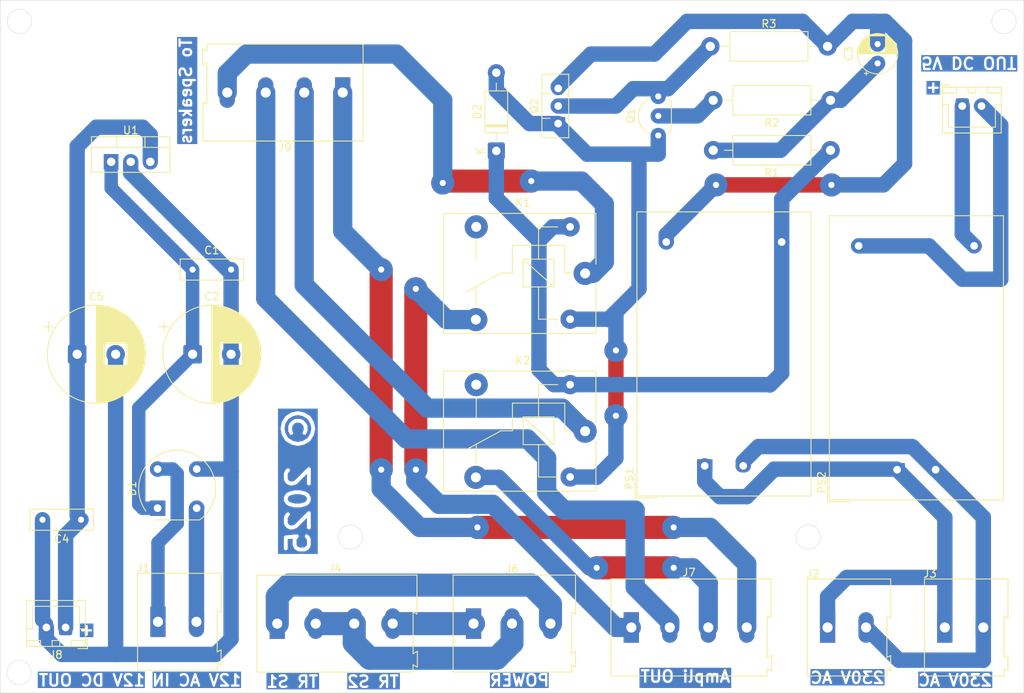
<source format=kicad_pcb>
(kicad_pcb (version 20241229) (generator "pcbnew") (generator_version "9.0")
  (layers (0 "F.Cu" signal) (2 "B.Cu" signal) (13 "F.Paste" user) (15 "B.Paste" user) (5 "F.SilkS" user "F.Silkscreen") (7 "B.SilkS" user "B.Silkscreen") (1 "F.Mask" user) (3 "B.Mask" user) (25 "Edge.Cuts" user))
  (net 0 "")
  (net 1 "Net-(D1-+)")
  (net 2 "Net-(C3-Pad1)")
  (net 3 "0")
  (net 4 "Net-(J8-Pin_1)")
  (net 5 "Net-(J1-Pin_1)")
  (net 6 "Net-(J1-Pin_2)")
  (net 7 "Net-(D2-A)")
  (net 8 "Net-(D2-K)")
  (net 9 "Net-(J2-Pin_2)")
  (net 10 "Net-(J2-Pin_1)")
  (net 11 "Net-(J4-Pin_2)")
  (net 12 "Net-(J4-Pin_4)")
  (net 13 "Net-(J4-Pin_1)")
  (net 14 "Net-(J5-Pin_2)")
  (net 15 "Net-(J5-Pin_1)")
  (net 16 "IN SP R+")
  (net 17 "Net-(J7-Pin_2)")
  (net 18 "Net-(J7-Pin_4)")
  (net 19 "IN SP L+")
  (net 20 "OUT SP L+")
  (net 21 "OUT SP R+")
  (net 24 "Net-(Q1-B)")
  (net 25 "Net-(Q1-E)")
  (net 26 "12V GND")
  (footprint "TerminalBlock:TerminalBlock_Altech_AK300-4_P5.00mm" (layer "F.Cu") (at 70.54 106.08)
    (property "Reference" "J4" (at 7.5 -7.15 0) (layer "F.SilkS"))
    (property "Value" "From Trfo Output")
    (pad "1" thru_hole rect (at 0 0) (size 1.98 3.96) (drill 1.32) (layers "*.Cu" "*.Mask") (net 13 "Net-(J4-Pin_1)"))
    (pad "2" thru_hole oval (at 5 0) (size 1.98 3.96) (drill 1.32) (layers "*.Cu" "*.Mask") (net 11 "Net-(J4-Pin_2)"))
    (pad "3" thru_hole oval (at 10 0) (size 1.98 3.96) (drill 1.32) (layers "*.Cu" "*.Mask") (net 11 "Net-(J4-Pin_2)"))
    (pad "4" thru_hole oval (at 15 0) (size 1.98 3.96) (drill 1.32) (layers "*.Cu" "*.Mask") (net 12 "Net-(J4-Pin_4)"))
  )
  (footprint "TerminalBlock:TerminalBlock_Altech_AK300-2_P5.00mm" (layer "F.Cu") (at 157.275 106.58)
    (property "Reference" "J3" (at -1.92 -6.99 0) (layer "F.SilkS"))
    (property "Value" "IN 230V AC")
    (pad "1" thru_hole rect (at 0 0) (size 1.98 3.96) (drill 1.32) (layers "*.Cu" "*.Mask") (net 10 "Net-(J2-Pin_1)"))
    (pad "2" thru_hole oval (at 5 0) (size 1.98 3.96) (drill 1.32) (layers "*.Cu" "*.Mask") (net 9 "Net-(J2-Pin_2)"))
  )
  (footprint "Capacitor_THT:CP_Radial_D5.0mm_P2.50mm" (layer "F.Cu") (at 148.54 33.285112 90)
    (property "Reference" "C3" (at 1.25 -3.75 90) (layer "F.SilkS"))
    (property "Value" "47u")
    (pad "1" thru_hole roundrect (at 0 0 90) (size 1.6 1.6) (drill 0.8) (layers "*.Cu" "*.Mask") (roundrect_rratio 0.15625) (net 2 "Net-(C3-Pad1)"))
    (pad "2" thru_hole circle (at 2.5 0 90) (size 1.6 1.6) (drill 0.8) (layers "*.Cu" "*.Mask") (net 3 "0"))
  )
  (footprint "Resistor_THT:R_Axial_DIN0411_L9.9mm_D3.6mm_P15.24mm_Horizontal" (layer "F.Cu") (at 142.42 44.58 180)
    (property "Reference" "R1" (at 7.62 -2.92 0) (layer "F.SilkS"))
    (property "Value" "100k")
    (pad "1" thru_hole circle (at 0 0 180) (size 2.4 2.4) (drill 1.2) (layers "*.Cu" "*.Mask") (net 8 "Net-(D2-K)"))
    (pad "2" thru_hole circle (at 15.24 0 180) (size 2.4 2.4) (drill 1.2) (layers "*.Cu" "*.Mask") (net 2 "Net-(C3-Pad1)"))
  )
  (footprint "TerminalBlock:TerminalBlock_Altech_AK300-2_P5.00mm" (layer "F.Cu") (at 55.04 105.845)
    (property "Reference" "J1" (at -1.92 -6.99 0) (layer "F.SilkS"))
    (property "Value" "IN 12V AC")
    (pad "1" thru_hole rect (at 0 0) (size 1.98 3.96) (drill 1.32) (layers "*.Cu" "*.Mask") (net 5 "Net-(J1-Pin_1)"))
    (pad "2" thru_hole oval (at 5 0) (size 1.98 3.96) (drill 1.32) (layers "*.Cu" "*.Mask") (net 6 "Net-(J1-Pin_2)"))
  )
  (footprint "Resistor_THT:R_Axial_DIN0411_L9.9mm_D3.6mm_P15.24mm_Horizontal" (layer "F.Cu") (at 126.8 31.08)
    (property "Reference" "R3" (at 7.62 -2.92 0) (layer "F.SilkS"))
    (property "Value" "100k")
    (pad "1" thru_hole circle (at 0 0) (size 2.4 2.4) (drill 1.2) (layers "*.Cu" "*.Mask") (net 25 "Net-(Q1-E)"))
    (pad "2" thru_hole circle (at 15.24 0) (size 2.4 2.4) (drill 1.2) (layers "*.Cu" "*.Mask") (net 3 "0"))
  )
  (footprint "TerminalBlock:TerminalBlock_Altech_AK300-4_P5.00mm" (layer "F.Cu") (at 116.54 106.58)
    (property "Reference" "J7" (at 7.5 -7.15 0) (layer "F.SilkS"))
    (property "Value" "From Ampli Output")
    (pad "1" thru_hole rect (at 0 0) (size 1.98 3.96) (drill 1.32) (layers "*.Cu" "*.Mask") (net 19 "IN SP L+"))
    (pad "2" thru_hole oval (at 5 0) (size 1.98 3.96) (drill 1.32) (layers "*.Cu" "*.Mask") (net 17 "Net-(J7-Pin_2)"))
    (pad "3" thru_hole oval (at 10 0) (size 1.98 3.96) (drill 1.32) (layers "*.Cu" "*.Mask") (net 16 "IN SP R+"))
    (pad "4" thru_hole oval (at 15 0) (size 1.98 3.96) (drill 1.32) (layers "*.Cu" "*.Mask") (net 18 "Net-(J7-Pin_4)"))
  )
  (footprint "Diode_THT:Diode_Bridge_Round_D9.8mm" (layer "F.Cu") (at 54.995 91.08 90)
    (property "Reference" "D1" (at 2.54 -3.302 90) (layer "F.SilkS"))
    (property "Value" "B40C1500G")
    (pad "1" thru_hole rect (at 0 0 90) (size 2 2) (drill 1) (layers "*.Cu" "*.Mask") (net 1 "Net-(D1-+)"))
    (pad "2" thru_hole oval (at 0 5.08 90) (size 2 2) (drill 1) (layers "*.Cu" "*.Mask") (net 6 "Net-(J1-Pin_2)"))
    (pad "3" thru_hole oval (at 5.08 5.08 90) (size 2 2) (drill 1) (layers "*.Cu" "*.Mask") (net 26 "12V GND"))
    (pad "4" thru_hole oval (at 5.08 0 90) (size 2 2) (drill 1) (layers "*.Cu" "*.Mask") (net 5 "Net-(J1-Pin_1)"))
  )
  (footprint "Diode_THT:D_DO-41_SOD81_P10.16mm_Horizontal" (layer "F.Cu") (at 99 44.66 90)
    (property "Reference" "D2" (at 5.08 -2.47 90) (layer "F.SilkS"))
    (property "Value" "1N4001")
    (fp_text user "K" (at 0 -2.1 90) (layer "F.SilkS"))
    (pad "1" thru_hole roundrect (at 0 0 90) (size 2.2 2.2) (drill 1.1) (layers "*.Cu" "*.Mask") (roundrect_rratio 0.113636) (net 8 "Net-(D2-K)"))
    (pad "2" thru_hole circle (at 10.16 0 90) (size 2.2 2.2) (drill 1.1) (layers "*.Cu" "*.Mask") (net 7 "Net-(D2-A)"))
  )
  (footprint "Capacitor_THT:CP_Radial_D12.5mm_P5.00mm" (layer "F.Cu") (at 59.54 71.08)
    (property "Reference" "C2" (at 2.5 -7.5 0) (layer "F.SilkS"))
    (property "Value" "2200uF")
    (pad "1" thru_hole roundrect (at 0 0) (size 2.4 2.4) (drill 1.2) (layers "*.Cu" "*.Mask") (roundrect_rratio 0.104167) (net 1 "Net-(D1-+)"))
    (pad "2" thru_hole circle (at 5 0) (size 2.4 2.4) (drill 1.2) (layers "*.Cu" "*.Mask") (net 26 "12V GND"))
  )
  (footprint "Converter_ACDC:Converter_ACDC_Hi-Link_HLK-PMxx" (layer "F.Cu") (at 126.0775 85.5825 90)
    (property "Reference" "PS1" (at -1.66 -9.79 90) (layer "F.SilkS"))
    (property "Value" "HLK-PM01")
    (pad "1" thru_hole rect (at 0 0 90) (size 1.7 2) (drill 1) (layers "*.Cu" "*.Mask") (net 10 "Net-(J2-Pin_1)"))
    (pad "2" thru_hole oval (at 0 5 90) (size 1.7 2) (drill 1) (layers "*.Cu" "*.Mask") (net 9 "Net-(J2-Pin_2)"))
    (pad "3" thru_hole oval (at 29.08 -5 90) (size 1.7 2) (drill 1) (layers "*.Cu" "*.Mask") (net 3 "0"))
    (pad "4" thru_hole oval (at 29.08 10 90) (size 1.7 2) (drill 1) (layers "*.Cu" "*.Mask") (net 8 "Net-(D2-K)"))
  )
  (footprint "Connector_JST:JST_XH_B2B-XH-A_1x02_P2.50mm_Vertical" (layer "F.Cu") (at 159.54 38.83)
    (property "Reference" "J5" (hide yes))
    (property "Value" "OUT 5V CC")
    (pad "1" thru_hole roundrect (at 0 0) (size 1.7 2) (drill 1) (layers "*.Cu" "*.Mask") (roundrect_rratio 0.147059) (net 15 "Net-(J5-Pin_1)"))
    (pad "2" thru_hole oval (at 2.5 0) (size 1.7 2) (drill 1) (layers "*.Cu" "*.Mask") (net 14 "Net-(J5-Pin_2)"))
  )
  (footprint "Resistor_THT:R_Axial_DIN0411_L9.9mm_D3.6mm_P15.24mm_Horizontal" (layer "F.Cu") (at 142.42 38.08 180)
    (property "Reference" "R2" (at 7.62 -2.92 0) (layer "F.SilkS"))
    (property "Value" "10k")
    (pad "1" thru_hole circle (at 0 0 180) (size 2.4 2.4) (drill 1.2) (layers "*.Cu" "*.Mask") (net 2 "Net-(C3-Pad1)"))
    (pad "2" thru_hole circle (at 15.24 0 180) (size 2.4 2.4) (drill 1.2) (layers "*.Cu" "*.Mask") (net 24 "Net-(Q1-B)"))
  )
  (footprint "Connector_JST:JST_XH_B2B-XH-A_1x02_P2.50mm_Vertical" (layer "F.Cu") (at 43.04 106.58 180)
    (property "Reference" "J8" (at 1.25 -3.55 0) (layer "F.SilkS"))
    (property "Value" "OUT 12V CC")
    (pad "1" thru_hole roundrect (at 0 0 180) (size 1.7 2) (drill 1) (layers "*.Cu" "*.Mask") (roundrect_rratio 0.147059) (net 4 "Net-(J8-Pin_1)"))
    (pad "2" thru_hole oval (at 2.5 0 180) (size 1.7 2) (drill 1) (layers "*.Cu" "*.Mask") (net 26 "12V GND"))
  )
  (footprint "TerminalBlock:TerminalBlock_Altech_AK300-3_P5.00mm" (layer "F.Cu") (at 96.04 106.08)
    (property "Reference" "J6" (at 5 -7.1 0) (layer "F.SilkS"))
    (property "Value" "To Power Ampli Power IN")
    (pad "1" thru_hole rect (at 0 0) (size 1.98 3.96) (drill 1.32) (layers "*.Cu" "*.Mask") (net 12 "Net-(J4-Pin_4)"))
    (pad "2" thru_hole oval (at 5 0) (size 1.98 3.96) (drill 1.32) (layers "*.Cu" "*.Mask") (net 11 "Net-(J4-Pin_2)"))
    (pad "3" thru_hole oval (at 10 0) (size 1.98 3.96) (drill 1.32) (layers "*.Cu" "*.Mask") (net 13 "Net-(J4-Pin_1)"))
  )
  (footprint "Capacitor_THT:C_Disc_D8.0mm_W2.5mm_P5.00mm" (layer "F.Cu") (at 45.04 92.58 180)
    (property "Reference" "C4" (at 2.5 -2.5 0) (layer "F.SilkS"))
    (property "Value" "100nF")
    (pad "1" thru_hole circle (at 0 0 180) (size 1.6 1.6) (drill 0.8) (layers "*.Cu" "*.Mask") (net 4 "Net-(J8-Pin_1)"))
    (pad "2" thru_hole circle (at 5 0 180) (size 1.6 1.6) (drill 0.8) (layers "*.Cu" "*.Mask") (net 26 "12V GND"))
  )
  (footprint "Capacitor_THT:C_Disc_D8.0mm_W2.5mm_P5.00mm" (layer "F.Cu") (at 59.54 60.08)
    (property "Reference" "C1" (at 2.5 -2.5 0) (layer "F.SilkS"))
    (property "Value" "100nF")
    (pad "1" thru_hole circle (at 0 0) (size 1.6 1.6) (drill 0.8) (layers "*.Cu" "*.Mask") (net 1 "Net-(D1-+)"))
    (pad "2" thru_hole circle (at 5 0) (size 1.6 1.6) (drill 0.8) (layers "*.Cu" "*.Mask") (net 26 "12V GND"))
  )
  (footprint "TerminalBlock:TerminalBlock_Altech_AK300-2_P5.00mm" (layer "F.Cu") (at 142.04 106.58)
    (property "Reference" "J2" (at -1.92 -6.99 0) (layer "F.SilkS"))
    (property "Value" "OUT 230V AC")
    (pad "1" thru_hole rect (at 0 0) (size 1.98 3.96) (drill 1.32) (layers "*.Cu" "*.Mask") (net 10 "Net-(J2-Pin_1)"))
    (pad "2" thru_hole oval (at 5 0) (size 1.98 3.96) (drill 1.32) (layers "*.Cu" "*.Mask") (net 9 "Net-(J2-Pin_2)"))
  )
  (footprint "Relay_THT:Relay_SPDT_SANYOU_SRD_Series_Form_C" (layer "F.Cu") (at 110.54 81.08 180)
    (property "Reference" "K2" (at 8.1 9.2 0) (layer "F.SilkS"))
    (property "Value" "SANYOU_SRD_Form_C")
    (pad "1" thru_hole circle (at 0 0 270) (size 3 3) (drill 1.3) (layers "*.Cu" "*.Mask") (net 21 "OUT SP R+"))
    (pad "2" thru_hole circle (at 1.95 6.05 270) (size 2.5 2.5) (drill 1) (layers "*.Cu" "*.Mask") (net 8 "Net-(D2-K)"))
    (pad "3" thru_hole circle (at 14.15 6.05 270) (size 3 3) (drill 1.3) (layers "*.Cu" "*.Mask"))
    (pad "4" thru_hole circle (at 14.2 -6 270) (size 3 3) (drill 1.3) (layers "*.Cu" "*.Mask") (net 16 "IN SP R+"))
    (pad "5" thru_hole circle (at 1.95 -5.95 270) (size 2.5 2.5) (drill 1) (layers "*.Cu" "*.Mask") (net 7 "Net-(D2-A)"))
  )
  (footprint "Package_TO_SOT_THT:TO-220-3_Vertical" (layer "F.Cu") (at 48.96 46.08)
    (property "Reference" "U1" (at 2.54 -4.1 0) (layer "F.SilkS"))
    (property "Value" "LM7812_TO220")
    (pad "1" thru_hole rect (at 0 0) (size 1.905 2) (drill 1.1) (layers "*.Cu" "*.Mask") (net 1 "Net-(D1-+)"))
    (pad "2" thru_hole oval (at 2.54 0) (size 1.905 2) (drill 1.1) (layers "*.Cu" "*.Mask") (net 26 "12V GND"))
    (pad "3" thru_hole oval (at 5.08 0) (size 1.905 2) (drill 1.1) (layers "*.Cu" "*.Mask") (net 4 "Net-(J8-Pin_1)"))
  )
  (footprint "Converter_ACDC:Converter_ACDC_Hi-Link_HLK-PMxx" (layer "F.Cu") (at 151.0775 86.0825 90)
    (property "Reference" "PS2" (at -1.66 -9.79 90) (layer "F.SilkS"))
    (property "Value" "HLK-PM01")
    (pad "1" thru_hole rect (at 0 0 90) (size 1.7 2) (drill 1) (layers "*.Cu" "*.Mask") (net 10 "Net-(J2-Pin_1)"))
    (pad "2" thru_hole oval (at 0 5 90) (size 1.7 2) (drill 1) (layers "*.Cu" "*.Mask") (net 9 "Net-(J2-Pin_2)"))
    (pad "3" thru_hole oval (at 29.08 -5 90) (size 1.7 2) (drill 1) (layers "*.Cu" "*.Mask") (net 14 "Net-(J5-Pin_2)"))
    (pad "4" thru_hole oval (at 29.08 10 90) (size 1.7 2) (drill 1) (layers "*.Cu" "*.Mask") (net 15 "Net-(J5-Pin_1)"))
  )
  (footprint "Package_TO_SOT_THT:TO-126-3_Vertical" (layer "F.Cu") (at 107.04 41.11 90)
    (property "Reference" "Q2" (at 2.28 -3.12 90) (layer "F.SilkS"))
    (property "Value" "NPN")
    (pad "1" thru_hole rect (at 0 0 90) (size 1.71 1.8) (drill 1) (layers "*.Cu" "*.Mask") (net 7 "Net-(D2-A)"))
    (pad "2" thru_hole oval (at 2.28 0 90) (size 1.71 1.8) (drill 1) (layers "*.Cu" "*.Mask") (net 25 "Net-(Q1-E)"))
    (pad "3" thru_hole oval (at 4.56 0 90) (size 1.71 1.8) (drill 1) (layers "*.Cu" "*.Mask") (net 3 "0"))
  )
  (footprint "Relay_THT:Relay_SPDT_SANYOU_SRD_Series_Form_C" (layer "F.Cu") (at 110.54 60.58 180)
    (property "Reference" "K1" (at 8.1 9.2 0) (layer "F.SilkS"))
    (property "Value" "SANYOU_SRD_Form_C")
    (pad "1" thru_hole circle (at 0 0 270) (size 3 3) (drill 1.3) (layers "*.Cu" "*.Mask") (net 20 "OUT SP L+"))
    (pad "2" thru_hole circle (at 1.95 6.05 270) (size 2.5 2.5) (drill 1) (layers "*.Cu" "*.Mask") (net 8 "Net-(D2-K)"))
    (pad "3" thru_hole circle (at 14.15 6.05 270) (size 3 3) (drill 1.3) (layers "*.Cu" "*.Mask"))
    (pad "4" thru_hole circle (at 14.2 -6 270) (size 3 3) (drill 1.3) (layers "*.Cu" "*.Mask") (net 19 "IN SP L+"))
    (pad "5" thru_hole circle (at 1.95 -5.95 270) (size 2.5 2.5) (drill 1) (layers "*.Cu" "*.Mask") (net 7 "Net-(D2-A)"))
  )
  (footprint "Capacitor_THT:CP_Radial_D12.5mm_P5.00mm" (layer "F.Cu") (at 44.54 71.08)
    (property "Reference" "C5" (at 2.5 -7.5 0) (layer "F.SilkS"))
    (property "Value" "2200uF")
    (pad "1" thru_hole roundrect (at 0 0) (size 2.4 2.4) (drill 1.2) (layers "*.Cu" "*.Mask") (roundrect_rratio 0.104167) (net 4 "Net-(J8-Pin_1)"))
    (pad "2" thru_hole circle (at 5 0) (size 2.4 2.4) (drill 1.2) (layers "*.Cu" "*.Mask") (net 26 "12V GND"))
  )
  (footprint "Package_TO_SOT_THT:TO-92L_Inline_Wide" (layer "F.Cu") (at 120.04 42.66 90)
    (property "Reference" "Q1" (at 2.54 -3.56 90) (layer "F.SilkS"))
    (property "Value" "NPN")
    (pad "1" thru_hole rect (at 0 0 90) (size 1.5 1.5) (drill 0.8) (layers "*.Cu" "*.Mask") (net 7 "Net-(D2-A)"))
    (pad "2" thru_hole circle (at 2.54 0 90) (size 1.5 1.5) (drill 0.8) (layers "*.Cu" "*.Mask") (net 24 "Net-(Q1-B)"))
    (pad "3" thru_hole circle (at 5.08 0 90) (size 1.5 1.5) (drill 0.8) (layers "*.Cu" "*.Mask") (net 25 "Net-(Q1-E)"))
  )
  (footprint "TerminalBlock:TerminalBlock_Altech_AK300-4_P5.00mm" (layer "F.Cu") (at 79.04 37.08 180)
    (property "Reference" "J9" (at 7.5 -7.15 0) (layer "F.SilkS"))
    (property "Value" "To Speakers")
    (pad "1" thru_hole rect (at 0 0 180) (size 1.98 3.96) (drill 1.32) (layers "*.Cu" "*.Mask") (net 18 "Net-(J7-Pin_4)"))
    (pad "2" thru_hole oval (at 5 0 180) (size 1.98 3.96) (drill 1.32) (layers "*.Cu" "*.Mask") (net 21 "OUT SP R+"))
    (pad "3" thru_hole oval (at 10 0 180) (size 1.98 3.96) (drill 1.32) (layers "*.Cu" "*.Mask") (net 17 "Net-(J7-Pin_2)"))
    (pad "4" thru_hole oval (at 15 0 180) (size 1.98 3.96) (drill 1.32) (layers "*.Cu" "*.Mask") (net 20 "OUT SP L+"))
  )
  (gr_circle (center 164.958861 27.83) (end 165.458861 29.33) (stroke (width 0.05)) (fill no) (layer "Edge.Cuts"))
  (gr_circle (center 139.54 94.83) (end 140.04 96.33) (stroke (width 0.05)) (fill no) (layer "Edge.Cuts"))
  (gr_circle (center 80.04 94.83) (end 80.54 96.33) (stroke (width 0.05)) (fill no) (layer "Edge.Cuts"))
  (gr_circle (center 37 112.418861) (end 37.5 113.918861) (stroke (width 0.05)) (fill no) (layer "Edge.Cuts"))
  (gr_rect (start 34.54 25.08) (end 167.54 115.08) (stroke (width 0.05)) (fill no) (layer "Edge.Cuts"))
  (gr_circle (center 37.04 27.83) (end 37.54 29.33) (stroke (width 0.05)) (fill no) (layer "Edge.Cuts"))
  (gr_text "230V AC" (at 149.54 114 0) (layer "B.Cu" knockout) (effects (font (size 1.5 1.5) (thickness 0.3) (bold yes)) (justify left bottom mirror)))
  (gr_text "TR S1" (at 76 114.5 0) (layer "B.Cu" knockout) (effects (font (size 1.5 1.5) (thickness 0.3) (bold yes)) (justify left bottom mirror)))
  (gr_text "+" (at 46.54 105.83 90) (layer "B.Cu" knockout) (effects (font (size 1.5 1.5) (thickness 0.3) (bold yes)) (justify left bottom mirror)))
  (gr_text "+" (at 156.54 35.33 90) (layer "B.Cu" knockout) (effects (font (size 1.5 1.5) (thickness 0.3) (bold yes)) (justify left bottom mirror)))
  (gr_text "Ampli OUT" (at 129.54 113.83 0) (layer "B.Cu" knockout) (effects (font (size 1.5 1.5) (thickness 0.3) (bold yes)) (justify left bottom mirror)))
  (gr_text "5V DC OUT" (at 154.04 32.33 180) (layer "B.Cu" knockout) (effects (font (size 1.5 1.5) (thickness 0.3) (bold yes)) (justify left bottom mirror)))
  (gr_text "TR S2" (at 86.5 114.5 0) (layer "B.Cu" knockout) (effects (font (size 1.5 1.5) (thickness 0.3) (bold yes)) (justify left bottom mirror)))
  (gr_text "230V AC" (at 163.54 114.33 0) (layer "B.Cu" knockout) (effects (font (size 1.5 1.5) (thickness 0.3) (bold yes)) (justify left bottom mirror)))
  (gr_text "POWER" (at 106.04 114.33 0) (layer "B.Cu" knockout) (effects (font (size 1.5 1.5) (thickness 0.3) (bold yes)) (justify left bottom mirror)))
  (gr_text "12V AC IN\n" (at 66 114.33 0) (layer "B.Cu" knockout) (effects (font (size 1.5 1.5) (thickness 0.3) (bold yes)) (justify left bottom mirror)))
  (gr_text "To Speakers" (at 59.54 29.83 90) (layer "B.Cu" knockout) (effects (font (size 1.5 1.5) (thickness 0.3) (bold yes)) (justify left bottom mirror)))
  (gr_text "© 2025" (at 75.04 77.83 90) (layer "B.Cu" knockout) (effects (font (size 3 3) (thickness 0.5) (bold yes)) (justify left bottom mirror)))
  (gr_text "12V DC OUT" (at 53.5 114.33 0) (layer "B.Cu" knockout) (effects (font (size 1.5 1.5) (thickness 0.3) (bold yes)) (justify left bottom mirror)))
  (segment (start 48.96 46.08) (end 48.96 49.5) (width 1.75) (layer "B.Cu") (net 1))
  (segment (start 52.54 78.08) (end 59.54 71.08) (width 1.75) (layer "B.Cu") (net 1))
  (segment (start 53.04 91.08) (end 52.54 90.58) (width 1.75) (layer "B.Cu") (net 1))
  (segment (start 54.995 91.08) (end 53.04 91.08) (width 1.75) (layer "B.Cu") (net 1))
  (segment (start 48.96 49.5) (end 59.54 60.08) (width 1.75) (layer "B.Cu") (net 1))
  (segment (start 59.54 71.08) (end 59.54 60.08) (width 1.75) (layer "B.Cu") (net 1))
  (segment (start 52.54 90.58) (end 52.54 78.08) (width 1.75) (layer "B.Cu") (net 1))
  (segment (start 127.18 44.58) (end 135.92 44.58) (width 2) (layer "B.Cu") (net 2))
  (segment (start 143.745112 38.08) (end 148.54 33.285112) (width 2) (layer "B.Cu") (net 2))
  (segment (start 135.92 44.58) (end 142.42 38.08) (width 2) (layer "B.Cu") (net 2))
  (segment (start 142.42 38.08) (end 143.745112 38.08) (width 2) (layer "B.Cu") (net 2))
  (segment (start 127.54 49.08) (end 142.54 49.08) (width 2) (layer "F.Cu") (net 3))
  (via (at 142.54 49.08) (size 3) (drill 0.8) (layers "F.Cu" "B.Cu") (net 3))
  (via (at 127.54 49.08) (size 3) (drill 0.8) (layers "F.Cu" "B.Cu") (net 3))
  (segment (start 111.29 32.08) (end 107.04 36.33) (width 2) (layer "B.Cu") (net 3))
  (segment (start 145.29 27.83) (end 148.04 27.83) (width 2) (layer "B.Cu") (net 3))
  (segment (start 142.04 31.08) (end 145.29 27.83) (width 2) (layer "B.Cu") (net 3))
  (segment (start 148.54 28.33) (end 148.04 27.83) (width 2) (layer "B.Cu") (net 3))
  (segment (start 107.04 36.33) (end 107.04 36.55) (width 1.75) (layer "B.Cu") (net 3))
  (segment (start 138.79 27.83) (end 142.04 31.08) (width 2) (layer "B.Cu") (net 3))
  (segment (start 148.04 27.83) (end 149.54 27.83) (width 2) (layer "B.Cu") (net 3))
  (segment (start 149.29 49.08) (end 152.04 46.33) (width 2) (layer "B.Cu") (net 3))
  (segment (start 121.0775 56.5025) (end 121.0775 55.5425) (width 2) (layer "B.Cu") (net 3))
  (segment (start 148.54 30.785112) (end 148.54 28.33) (width 2) (layer "B.Cu") (net 3))
  (segment (start 119.54 32.08) (end 111.29 32.08) (width 2) (layer "B.Cu") (net 3))
  (segment (start 142.54 49.08) (end 149.29 49.08) (width 2) (layer "B.Cu") (net 3))
  (segment (start 123.79 27.83) (end 138.79 27.83) (width 2) (layer "B.Cu") (net 3))
  (segment (start 152.04 30.33) (end 149.54 27.83) (width 2) (layer "B.Cu") (net 3))
  (segment (start 121.0775 55.5425) (end 127.54 49.08) (width 2) (layer "B.Cu") (net 3))
  (segment (start 152.04 46.33) (end 152.04 30.33) (width 2) (layer "B.Cu") (net 3))
  (segment (start 123.79 27.83) (end 119.54 32.08) (width 2) (layer "B.Cu") (net 3))
  (segment (start 44.54 92.08) (end 45.04 92.58) (width 1.2) (layer "B.Cu") (net 4))
  (segment (start 54.04 46.08) (end 54.04 42.58) (width 2) (layer "B.Cu") (net 4))
  (segment (start 54.04 42.58) (end 53.04 41.58) (width 2) (layer "B.Cu") (net 4))
  (segment (start 53.04 41.58) (end 47.04 41.58) (width 2) (layer "B.Cu") (net 4))
  (segment (start 43.04 94.58) (end 45.04 92.58) (width 2) (layer "B.Cu") (net 4))
  (segment (start 47.04 41.58) (end 44.54 44.08) (width 2) (layer "B.Cu") (net 4))
  (segment (start 44.54 44.08) (end 44.54 71.08) (width 2) (layer "B.Cu") (net 4))
  (segment (start 44.54 71.08) (end 44.54 92.08) (width 2) (layer "B.Cu") (net 4))
  (segment (start 43.04 106.58) (end 43.04 94.58) (width 2) (layer "B.Cu") (net 4))
  (segment (start 57.54 93.08) (end 57.54 86.58) (width 1.75) (layer "B.Cu") (net 5))
  (segment (start 55.04 105.845) (end 55.04 95.58) (width 1.75) (layer "B.Cu") (net 5))
  (segment (start 55.04 95.58) (end 57.54 93.08) (width 1.75) (layer "B.Cu") (net 5))
  (segment (start 57.54 86.58) (end 56.96 86) (width 1.75) (layer "B.Cu") (net 5))
  (segment (start 56.96 86) (end 54.995 86) (width 1.75) (layer "B.Cu") (net 5))
  (segment (start 60.04 105.845) (end 60.04 91.115) (width 2) (layer "B.Cu") (net 6))
  (segment (start 60.04 91.115) (end 60.075 91.08) (width 1.2) (layer "B.Cu") (net 6))
  (segment (start 114.54 79.08) (end 114.54 70.58) (width 2) (layer "F.Cu") (net 7))
  (via (at 114.54 79.08) (size 3) (drill 0.8) (layers "F.Cu" "B.Cu") (net 7))
  (via (at 114.54 70.58) (size 3) (drill 0.8) (layers "F.Cu" "B.Cu") (net 7))
  (segment (start 117.54 45.08) (end 117.54 62.58) (width 2) (layer "B.Cu") (net 7))
  (segment (start 116.04 45.08) (end 110.79 45.08) (width 2) (layer "B.Cu") (net 7))
  (segment (start 108.59 66.53) (end 113.49 66.53) (width 2) (layer "B.Cu") (net 7))
  (segment (start 120.04 42.66) (end 120.04 45.08) (width 2) (layer "B.Cu") (net 7))
  (segment (start 107.04 41.11) (end 103.32 41.11) (width 2) (layer "B.Cu") (net 7))
  (segment (start 111.99 87.03) (end 108.59 87.03) (width 2) (layer "B.Cu") (net 7))
  (segment (start 114.54 66.08) (end 114.29 65.83) (width 2) (layer "B.Cu") (net 7))
  (segment (start 113.49 66.53) (end 113.54 66.58) (width 1.2) (layer "B.Cu") (net 7))
  (segment (start 113.54 66.58) (end 114.29 65.83) (width 2) (layer "B.Cu") (net 7))
  (segment (start 99 36.79) (end 99 34.5) (width 2) (layer "B.Cu") (net 7))
  (segment (start 120.04 45.08) (end 116.04 45.08) (width 2) (layer "B.Cu") (net 7))
  (segment (start 114.54 70.58) (end 114.54 66.08) (width 2) (layer "B.Cu") (net 7))
  (segment (start 114.54 84.58) (end 112.04 87.08) (width 2) (layer "B.Cu") (net 7))
  (segment (start 117.54 62.58) (end 114.29 65.83) (width 2) (layer "B.Cu") (net 7))
  (segment (start 103.32 41.11) (end 99 36.79) (width 2) (layer "B.Cu") (net 7))
  (segment (start 112.04 87.08) (end 111.99 87.03) (width 1.2) (layer "B.Cu") (net 7))
  (segment (start 110.79 45.08) (end 107.04 41.33) (width 2) (layer "B.Cu") (net 7))
  (segment (start 114.54 79.08) (end 114.54 84.58) (width 2) (layer "B.Cu") (net 7))
  (segment (start 106.49 75.03) (end 108.59 75.03) (width 2) (layer "B.Cu") (net 8))
  (segment (start 136.0775 73.5425) (end 134.54 75.08) (width 2) (layer "B.Cu") (net 8))
  (segment (start 136.0775 56.5025) (end 136.0775 50.9225) (width 2) (layer "B.Cu") (net 8))
  (segment (start 104.54 56.33) (end 104.54 73.08) (width 2) (layer "B.Cu") (net 8))
  (segment (start 108.59 54.53) (end 106.34 54.53) (width 2) (layer "B.Cu") (net 8))
  (segment (start 136.0775 50.9225) (end 142.42 44.58) (width 2) (layer "B.Cu") (net 8))
  (segment (start 104.54 73.08) (end 106.49 75.03) (width 2) (layer "B.Cu") (net 8))
  (segment (start 134.54 75.08) (end 134.49 75.03) (width 1.2) (layer "B.Cu") (net 8))
  (segment (start 99 44.66) (end 99 50.79) (width 2) (layer "B.Cu") (net 8))
  (segment (start 106.34 54.53) (end 104.54 56.33) (width 2) (layer "B.Cu") (net 8))
  (segment (start 99 50.79) (end 104.54 56.33) (width 2) (layer "B.Cu") (net 8))
  (segment (start 136.0775 56.5025) (end 136.0775 73.5425) (width 2) (layer "B.Cu") (net 8))
  (segment (start 134.49 75.03) (end 108.59 75.03) (width 2) (layer "B.Cu") (net 8))
  (segment (start 133.04 83.08) (end 131.0775 85.0425) (width 2) (layer "B.Cu") (net 9))
  (segment (start 156.0775 86.0825) (end 156.0425 86.0825) (width 1.2) (layer "B.Cu") (net 9))
  (segment (start 147.04 106.58) (end 151.29 110.83) (width 2) (layer "B.Cu") (net 9))
  (segment (start 162.275 106.58) (end 162.275 92.28) (width 2) (layer "B.Cu") (net 9))
  (segment (start 162.275 92.28) (end 156.0775 86.0825) (width 2) (layer "B.Cu") (net 9))
  (segment (start 162.275 110.845) (end 162.275 106.58) (width 2) (layer "B.Cu") (net 9))
  (segment (start 156.0425 86.0825) (end 153.04 83.08) (width 2) (layer "B.Cu") (net 9))
  (segment (start 153.04 83.08) (end 133.04 83.08) (width 2) (layer "B.Cu") (net 9))
  (segment (start 131.0775 85.0425) (end 131.0775 85.5825) (width 1.2) (layer "B.Cu") (net 9))
  (segment (start 151.29 110.83) (end 162.26 110.83) (width 2) (layer "B.Cu") (net 9))
  (segment (start 162.26 110.83) (end 162.275 110.845) (width 2) (layer "B.Cu") (net 9))
  (segment (start 144.54 100.08) (end 157.275 100.08) (width 2) (layer "B.Cu") (net 10))
  (segment (start 135.1125 86.0075) (end 131.54 89.58) (width 2) (layer "B.Cu") (net 10))
  (segment (start 126.0775 87.6175) (end 126.0775 85.5825) (width 2) (layer "B.Cu") (net 10))
  (segment (start 128.04 89.58) (end 126.0775 87.6175) (width 2) (layer "B.Cu") (net 10))
  (segment (start 151.0025 86.0075) (end 135.1125 86.0075) (width 2) (layer "B.Cu") (net 10))
  (segment (start 157.275 100.08) (end 157.275 92.28) (width 2) (layer "B.Cu") (net 10))
  (segment (start 157.275 106.58) (end 157.275 100.08) (width 2) (layer "B.Cu") (net 10))
  (segment (start 142.04 106.58) (end 142.04 102.58) (width 2) (layer "B.Cu") (net 10))
  (segment (start 157.275 92.28) (end 151.0775 86.0825) (width 2) (layer "B.Cu") (net 10))
  (segment (start 131.54 89.58) (end 128.04 89.58) (width 2) (layer "B.Cu") (net 10))
  (segment (start 151.0775 86.0825) (end 151.0025 86.0075) (width 1.2) (layer "B.Cu") (net 10))
  (segment (start 142.04 102.58) (end 144.54 100.08) (width 2) (layer "B.Cu") (net 10))
  (segment (start 82.54 110.58) (end 99.04 110.58) (width 3) (layer "B.Cu") (net 11))
  (segment (start 75.54 106.08) (end 80.54 106.08) (width 3) (layer "B.Cu") (net 11))
  (segment (start 99.04 110.58) (end 101.04 108.58) (width 3) (layer "B.Cu") (net 11))
  (segment (start 80.54 108.58) (end 82.54 110.58) (width 3) (layer "B.Cu") (net 11))
  (segment (start 80.54 106.08) (end 80.54 108.58) (width 3) (layer "B.Cu") (net 11))
  (segment (start 101.04 108.58) (end 101.04 106.08) (width 3) (layer "B.Cu") (net 11))
  (segment (start 85.54 106.08) (end 96.04 106.08) (width 3) (layer "B.Cu") (net 12))
  (segment (start 70.54 102.58) (end 70.54 106.08) (width 3) (layer "B.Cu") (net 13))
  (segment (start 72.04 101.08) (end 70.54 102.58) (width 3) (layer "B.Cu") (net 13))
  (segment (start 106.04 106.08) (end 106.04 103.58) (width 3) (layer "B.Cu") (net 13))
  (segment (start 103.54 101.08) (end 72.04 101.08) (width 3) (layer "B.Cu") (net 13))
  (segment (start 106.04 103.58) (end 103.54 101.08) (width 3) (layer "B.Cu") (net 13))
  (segment (start 164.54 41.33) (end 162.04 38.83) (width 2) (layer "B.Cu") (net 14))
  (segment (start 164.54 61.33) (end 164.54 41.33) (width 2) (layer "B.Cu") (net 14))
  (segment (start 146.0775 57.0025) (end 155.2125 57.0025) (width 2) (layer "B.Cu") (net 14))
  (segment (start 155.2125 57.0025) (end 159.54 61.33) (width 2) (layer "B.Cu") (net 14))
  (segment (start 159.54 61.33) (end 164.54 61.33) (width 2) (layer "B.Cu") (net 14))
  (segment (start 161.0775 57.0025) (end 159.54 55.465) (width 2) (layer "B.Cu") (net 15))
  (segment (start 159.54 55.465) (end 159.54 38.83) (width 2) (layer "B.Cu") (net 15))
  (segment (start 112.04 98.83) (end 122.04 98.83) (width 3) (layer "F.Cu") (net 16))
  (via (at 112.04 98.83) (size 3) (drill 0.8) (layers "F.Cu" "B.Cu") (net 16))
  (via (at 122.04 98.83) (size 3) (drill 0.8) (layers "F.Cu" "B.Cu") (net 16))
  (segment (start 126.54 100.83) (end 124.54 98.83) (width 2.5) (layer "B.Cu") (net 16))
  (segment (start 111.073763 98.83) (end 112.04 98.83) (width 2) (layer "B.Cu") (net 16))
  (segment (start 126.54 106.58) (end 126.54 100.83) (width 2.5) (layer "B.Cu") (net 16))
  (segment (start 96.34 87.08) (end 99.323763 87.08) (width 2) (layer "B.Cu") (net 16))
  (segment (start 124.54 98.83) (end 122.04 98.83) (width 2.5) (layer "B.Cu") (net 16))
  (segment (start 99.323763 87.08) (end 111.073763 98.83) (width 2) (layer "B.Cu") (net 16))
  (segment (start 87.29 82.08) (end 69.04 63.83) (width 2.5) (layer "B.Cu") (net 17))
  (segment (start 105.54 89.08) (end 105.54 84.58) (width 2.5) (layer "B.Cu") (net 17))
  (segment (start 121.54 106.58) (end 121.54 105.83) (width 2.5) (layer "B.Cu") (net 17))
  (segment (start 105.54 84.58) (end 103.04 82.08) (width 2.5) (layer "B.Cu") (net 17))
  (segment (start 103.04 82.08) (end 87.29 82.08) (width 2.5) (layer "B.Cu") (net 17))
  (segment (start 117.04 101.33) (end 117.04 91.33) (width 2.5) (layer "B.Cu") (net 17))
  (segment (start 117.04 91.33) (end 107.79 91.33) (width 2.5) (layer "B.Cu") (net 17))
  (segment (start 121.54 105.83) (end 117.04 101.33) (width 2.5) (layer "B.Cu") (net 17))
  (segment (start 69.04 63.83) (end 69.04 37.08) (width 2.5) (layer "B.Cu") (net 17))
  (segment (start 107.79 91.33) (end 105.54 89.08) (width 2.5) (layer "B.Cu") (net 17))
  (segment (start 122.04 93.58) (end 96.54 93.58) (width 3) (layer "F.Cu") (net 18))
  (segment (start 84.04 60.08) (end 84.04 86.08) (width 3) (layer "F.Cu") (net 18))
  (via (at 96.54 93.58) (size 3) (drill 0.8) (layers "F.Cu" "B.Cu") (net 18))
  (via (at 84.04 60.08) (size 3) (drill 0.8) (layers "F.Cu" "B.Cu") (net 18))
  (via (at 84.04 86.08) (size 3) (drill 0.8) (layers "F.Cu" "B.Cu") (net 18))
  (via (at 122.04 93.58) (size 3) (drill 0.8) (layers "F.Cu" "B.Cu") (net 18))
  (segment (start 84.04 60.08) (end 79.04 55.08) (width 2.5) (layer "B.Cu") (net 18))
  (segment (start 96.54 93.58) (end 89.04 93.58) (width 2.5) (layer "B.Cu") (net 18))
  (segment (start 126.79 93.58) (end 131.54 98.33) (width 2.5) (layer "B.Cu") (net 18))
  (segment (start 122.04 93.58) (end 126.79 93.58) (width 2.5) (layer "B.Cu") (net 18))
  (segment (start 84.04 88.58) (end 84.04 86.08) (width 2.5) (layer "B.Cu") (net 18))
  (segment (start 131.54 98.33) (end 131.54 106.58) (width 2.5) (layer "B.Cu") (net 18))
  (segment (start 89.04 93.58) (end 84.04 88.58) (width 2.5) (layer "B.Cu") (net 18))
  (segment (start 79.04 55.08) (end 79.04 37.08) (width 2.5) (layer "B.Cu") (net 18))
  (segment (start 88.54 86.08) (end 88.54 62.58) (width 3) (layer "F.Cu") (net 19))
  (via (at 88.54 86.08) (size 3) (drill 0.8) (layers "F.Cu" "B.Cu") (net 19))
  (via (at 88.54 62.58) (size 3) (drill 0.8) (layers "F.Cu" "B.Cu") (net 19))
  (segment (start 92.54 66.58) (end 96.34 66.58) (width 2.5) (layer "B.Cu") (net 19))
  (segment (start 91.54 90.58) (end 88.54 87.58) (width 2.5) (layer "B.Cu") (net 19))
  (segment (start 114.54 106.58) (end 98.54 90.58) (width 2.5) (layer "B.Cu") (net 19))
  (segment (start 88.54 87.58) (end 88.54 86.08) (width 2.5) (layer "B.Cu") (net 19))
  (segment (start 88.54 62.58) (end 92.54 66.58) (width 2.5) (layer "B.Cu") (net 19))
  (segment (start 116.54 106.58) (end 114.54 106.58) (width 2.5) (layer "B.Cu") (net 19))
  (segment (start 98.54 90.58) (end 91.54 90.58) (width 2.5) (layer "B.Cu") (net 19))
  (segment (start 92.29 48.58) (end 92.04 48.83) (width 2.5) (layer "F.Cu") (net 20))
  (segment (start 103.54 48.58) (end 92.29 48.58) (width 3) (layer "F.Cu") (net 20))
  (via (at 92.04 48.83) (size 3) (drill 0.8) (layers "F.Cu" "B.Cu") (net 20))
  (via (at 103.54 48.58) (size 3) (drill 0.8) (layers "F.Cu" "B.Cu") (net 20))
  (segment (start 110.54 60.58) (end 111.54 60.58) (width 2.5) (layer "B.Cu") (net 20))
  (segment (start 112.54 51.08) (end 110.04 48.58) (width 2.5) (layer "B.Cu") (net 20))
  (segment (start 86.04 32.08) (end 66.54 32.08) (width 2.5) (layer "B.Cu") (net 20))
  (segment (start 92.04 48.83) (end 92.04 38.08) (width 2.5) (layer "B.Cu") (net 20))
  (segment (start 66.54 32.08) (end 64.04 34.58) (width 2.5) (layer "B.Cu") (net 20))
  (segment (start 110.04 48.58) (end 103.54 48.58) (width 2.5) (layer "B.Cu") (net 20))
  (segment (start 113.04 51.58) (end 112.54 51.08) (width 2.5) (layer "B.Cu") (net 20))
  (segment (start 92.04 38.08) (end 86.04 32.08) (width 2.5) (layer "B.Cu") (net 20))
  (segment (start 64.04 34.58) (end 64.04 37.08) (width 2.5) (layer "B.Cu") (net 20))
  (segment (start 111.54 60.58) (end 113.04 59.08) (width 2.5) (layer "B.Cu") (net 20))
  (segment (start 113.04 59.08) (end 113.04 51.58) (width 2.5) (layer "B.Cu") (net 20))
  (segment (start 107.54 78.08) (end 90.04 78.08) (width 2.5) (layer "B.Cu") (net 21))
  (segment (start 110.54 81.08) (end 107.54 78.08) (width 2.5) (layer "B.Cu") (net 21))
  (segment (start 74.04 62.08) (end 74.04 37.08) (width 2.5) (layer "B.Cu") (net 21))
  (segment (start 90.04 78.08) (end 74.04 62.08) (width 2.5) (layer "B.Cu") (net 21))
  (segment (start 125.18 40.08) (end 127.18 38.08) (width 2) (layer "B.Cu") (net 24))
  (segment (start 125.04 40.08) (end 125.18 40.08) (width 1.2) (layer "B.Cu") (net 24))
  (segment (start 120.04 40.12) (end 125 40.12) (width 2) (layer "B.Cu") (net 24))
  (segment (start 125 40.12) (end 125.04 40.08) (width 1.2) (layer "B.Cu") (net 24))
  (segment (start 120.04 36.58) (end 116.79 36.58) (width 2) (layer "B.Cu") (net 25))
  (segment (start 126.8 31.08) (end 121.3 36.58) (width 2) (layer "B.Cu") (net 25))
  (segment (start 120.04 37.58) (end 120.04 36.58) (width 2) (layer "B.Cu") (net 25))
  (segment (start 121.3 36.58) (end 120.04 36.58) (width 2) (layer "B.Cu") (net 25))
  (segment (start 116.79 36.58) (end 114.54 38.83) (width 2) (layer "B.Cu") (net 25))
  (segment (start 114.54 38.83) (end 107.04 38.83) (width 2) (layer "B.Cu") (net 25))
  (segment (start 49.54 71.08) (end 49.54 110.08) (width 2) (layer "B.Cu") (net 26))
  (segment (start 60.075 86) (end 64.21 86) (width 2) (layer "B.Cu") (net 26))
  (segment (start 64.54 71.08) (end 64.54 86.33) (width 2) (layer "B.Cu") (net 26))
  (segment (start 40.54 106.58) (end 40.54 108.08) (width 2) (layer "B.Cu") (net 26))
  (segment (start 42.54 110.08) (end 49.54 110.08) (width 2) (layer "B.Cu") (net 26))
  (segment (start 64.04 60.08) (end 51.5 47.54) (width 2) (layer "B.Cu") (net 26))
  (segment (start 64.21 86) (end 64.54 86.33) (width 2) (layer "B.Cu") (net 26))
  (segment (start 64.54 108.08) (end 62.54 110.08) (width 2) (layer "B.Cu") (net 26))
  (segment (start 62.54 110.08) (end 49.54 110.08) (width 2) (layer "B.Cu") (net 26))
  (segment (start 64.54 86.33) (end 64.54 108.08) (width 2) (layer "B.Cu") (net 26))
  (segment (start 40.04 105.58) (end 40.04 92.58) (width 2) (layer "B.Cu") (net 26))
  (segment (start 64.54 60.08) (end 64.04 60.08) (width 1.75) (layer "B.Cu") (net 26))
  (segment (start 40.54 108.08) (end 42.54 110.08) (width 2) (layer "B.Cu") (net 26))
  (segment (start 40.54 106.08) (end 40.04 105.58) (width 1.75) (layer "B.Cu") (net 26))
  (segment (start 40.54 106.58) (end 40.54 106.08) (width 1.75) (layer "B.Cu") (net 26))
  (segment (start 51.5 47.54) (end 51.5 46.08) (width 2) (layer "B.Cu") (net 26))
  (segment (start 64.54 71.08) (end 64.54 60.08) (width 2) (layer "B.Cu") (net 26))
)
</source>
